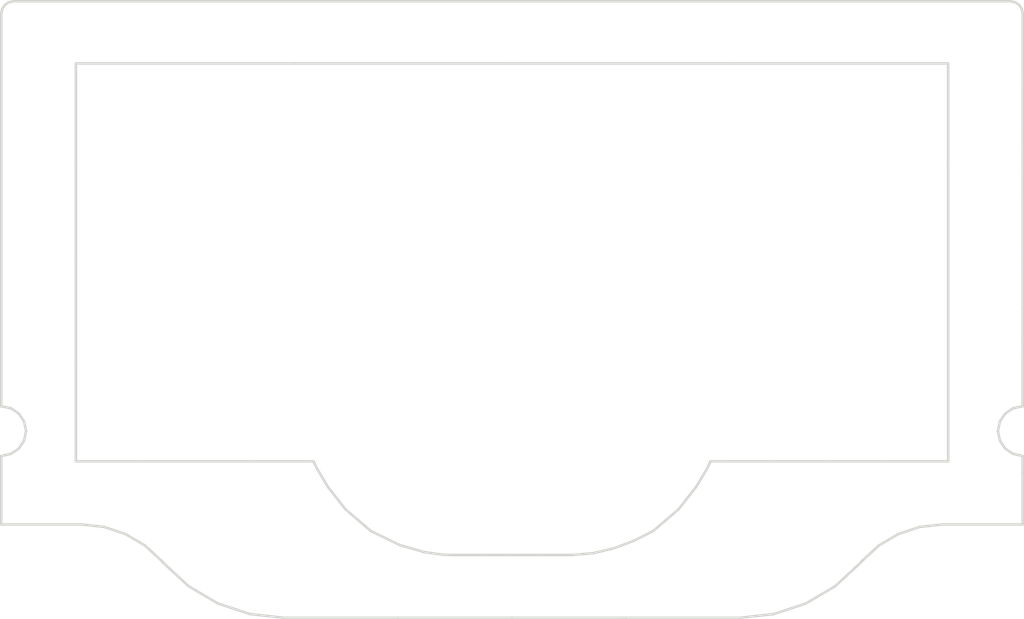
<source format=kicad_pcb>
(kicad_pcb (version 20171130) (host pcbnew 5.0.2-bee76a0~70~ubuntu18.04.1)

  (general
    (thickness 1.6)
    (drawings 147)
    (tracks 0)
    (zones 0)
    (modules 0)
    (nets 1)
  )

  (page A4)
  (layers
    (0 F.Cu signal)
    (31 B.Cu signal)
    (32 B.Adhes user)
    (33 F.Adhes user)
    (34 B.Paste user)
    (35 F.Paste user)
    (36 B.SilkS user)
    (37 F.SilkS user)
    (38 B.Mask user)
    (39 F.Mask user)
    (40 Dwgs.User user)
    (41 Cmts.User user)
    (42 Eco1.User user)
    (43 Eco2.User user)
    (44 Edge.Cuts user)
    (45 Margin user)
    (46 B.CrtYd user)
    (47 F.CrtYd user)
    (48 B.Fab user)
    (49 F.Fab user hide)
  )

  (setup
    (last_trace_width 0.11)
    (trace_clearance 0.15)
    (zone_clearance 0.3)
    (zone_45_only yes)
    (trace_min 0.1)
    (segment_width 0.1)
    (edge_width 0.1)
    (via_size 0.6)
    (via_drill 0.4)
    (via_min_size 0.4)
    (via_min_drill 0.3)
    (uvia_size 0.3)
    (uvia_drill 0.1)
    (uvias_allowed no)
    (uvia_min_size 0)
    (uvia_min_drill 0)
    (pcb_text_width 0.3)
    (pcb_text_size 1.5 1.5)
    (mod_edge_width 0.15)
    (mod_text_size 1 1)
    (mod_text_width 0.15)
    (pad_size 1.35 1)
    (pad_drill 0)
    (pad_to_mask_clearance 0)
    (solder_mask_min_width 0.25)
    (aux_axis_origin 117.264 104.064)
    (grid_origin 100 100.875)
    (visible_elements 7FFFFFFF)
    (pcbplotparams
      (layerselection 0x010fc_ffffffff)
      (usegerberextensions false)
      (usegerberattributes false)
      (usegerberadvancedattributes false)
      (creategerberjobfile false)
      (excludeedgelayer true)
      (linewidth 0.100000)
      (plotframeref false)
      (viasonmask false)
      (mode 1)
      (useauxorigin false)
      (hpglpennumber 1)
      (hpglpenspeed 20)
      (hpglpendiameter 15.000000)
      (psnegative false)
      (psa4output false)
      (plotreference true)
      (plotvalue true)
      (plotinvisibletext false)
      (padsonsilk false)
      (subtractmaskfromsilk false)
      (outputformat 1)
      (mirror false)
      (drillshape 0)
      (scaleselection 1)
      (outputdirectory "gerber/"))
  )

  (net 0 "")

  (net_class Default "This is the default net class."
    (clearance 0.15)
    (trace_width 0.11)
    (via_dia 0.6)
    (via_drill 0.4)
    (uvia_dia 0.3)
    (uvia_drill 0.1)
  )

  (net_class 4mil ""
    (clearance 0.1)
    (trace_width 0.2)
    (via_dia 0.6)
    (via_drill 0.4)
    (uvia_dia 0.3)
    (uvia_drill 0.1)
  )

  (net_class Big ""
    (clearance 0.1524)
    (trace_width 0.5)
    (via_dia 0.8)
    (via_drill 0.6)
    (uvia_dia 0.3)
    (uvia_drill 0.1)
  )

  (net_class Power ""
    (clearance 0.1524)
    (trace_width 0.3)
    (via_dia 0.8)
    (via_drill 0.6)
    (uvia_dia 0.3)
    (uvia_drill 0.1)
  )

  (gr_line (start 126.98472 127.961256) (end 129.005607 126.09206) (layer Edge.Cuts) (width 0.2))
  (gr_line (start 124.639903 129.344072) (end 126.98472 127.961256) (layer Edge.Cuts) (width 0.2))
  (gr_line (start 122.056114 130.201978) (end 124.639903 129.344072) (layer Edge.Cuts) (width 0.2))
  (gr_line (start 101.04394 85.965) (end 118.54788 85.965) (layer Edge.Cuts) (width 0.2))
  (gr_line (start 142.028584 117.492059) (end 141.257323 117.33152) (layer Edge.Cuts) (width 0.2))
  (gr_line (start 142.028584 118.868977) (end 142.028584 117.492059) (layer Edge.Cuts) (width 0.2))
  (gr_line (start 142.028584 120.245895) (end 142.028584 118.868977) (layer Edge.Cuts) (width 0.2))
  (gr_line (start 142.028584 121.622813) (end 142.028584 120.245895) (layer Edge.Cuts) (width 0.2))
  (gr_line (start 91.890546 130.496443) (end 101.033143 130.496443) (layer Edge.Cuts) (width 0.2))
  (gr_line (start 82.747948 130.496443) (end 91.890546 130.496443) (layer Edge.Cuts) (width 0.2))
  (gr_line (start 80.010754 130.201044) (end 82.747948 130.496443) (layer Edge.Cuts) (width 0.2))
  (gr_line (start 130.489258 124.690556) (end 132.053343 123.768727) (layer Edge.Cuts) (width 0.2))
  (gr_line (start 129.139963 125.936514) (end 130.489258 124.690556) (layer Edge.Cuts) (width 0.2))
  (gr_line (start 129.106361 125.9754) (end 129.139963 125.936514) (layer Edge.Cuts) (width 0.2))
  (gr_line (start 75.57237 117.92704) (end 70.80421 117.92691) (layer Edge.Cuts) (width 0.2))
  (gr_line (start 80.34052 117.92716) (end 75.57237 117.92704) (layer Edge.Cuts) (width 0.2))
  (gr_line (start 142.030145 113.507288) (end 142.032791 105.622499) (layer Edge.Cuts) (width 0.2))
  (gr_line (start 141.258514 113.66733) (end 142.030145 113.507288) (layer Edge.Cuts) (width 0.2))
  (gr_line (start 140.629097 114.095026) (end 141.258514 113.66733) (layer Edge.Cuts) (width 0.2))
  (gr_line (start 140.205023 114.726885) (end 140.629097 114.095026) (layer Edge.Cuts) (width 0.2))
  (gr_line (start 70.80421 117.92691) (end 66.03606 117.92677) (layer Edge.Cuts) (width 0.2))
  (gr_line (start 135.600029 123.000261) (end 137.207161 123.000128) (layer Edge.Cuts) (width 0.2))
  (gr_line (start 133.77578 123.19673) (end 135.600029 123.000261) (layer Edge.Cuts) (width 0.2))
  (gr_line (start 132.053343 123.768727) (end 133.77578 123.19673) (layer Edge.Cuts) (width 0.2))
  (gr_line (start 142.028584 122.999731) (end 142.028584 121.622813) (layer Edge.Cuts) (width 0.2))
  (gr_line (start 140.421452 122.999864) (end 142.028584 122.999731) (layer Edge.Cuts) (width 0.2))
  (gr_line (start 138.814293 122.999996) (end 140.421452 122.999864) (layer Edge.Cuts) (width 0.2))
  (gr_line (start 137.207161 123.000128) (end 138.814293 122.999996) (layer Edge.Cuts) (width 0.2))
  (gr_line (start 89.70631 123.5206) (end 87.68598 121.7903) (layer Edge.Cuts) (width 0.2))
  (gr_line (start 92.02053 124.65159) (end 89.70631 123.5206) (layer Edge.Cuts) (width 0.2))
  (gr_line (start 129.072785 126.014285) (end 129.106361 125.9754) (layer Edge.Cuts) (width 0.2))
  (gr_line (start 129.039183 126.053174) (end 129.072785 126.014285) (layer Edge.Cuts) (width 0.2))
  (gr_line (start 129.005607 126.09206) (end 129.039183 126.053174) (layer Edge.Cuts) (width 0.2))
  (gr_line (start 140.049395 115.499416) (end 140.205023 114.726885) (layer Edge.Cuts) (width 0.2))
  (gr_line (start 140.204705 116.271735) (end 140.049395 115.499416) (layer Edge.Cuts) (width 0.2))
  (gr_line (start 140.628356 116.903591) (end 140.204705 116.271735) (layer Edge.Cuts) (width 0.2))
  (gr_line (start 141.257323 117.33152) (end 140.628356 116.903591) (layer Edge.Cuts) (width 0.2))
  (gr_line (start 142.040728 81.96813) (end 141.962226 81.579335) (layer Edge.Cuts) (width 0.2))
  (gr_line (start 142.038082 89.85292) (end 142.040728 81.96813) (layer Edge.Cuts) (width 0.2))
  (gr_line (start 142.035437 97.737709) (end 142.038082 89.85292) (layer Edge.Cuts) (width 0.2))
  (gr_line (start 142.032791 105.622499) (end 142.035437 97.737709) (layer Edge.Cuts) (width 0.2))
  (gr_line (start 61.880711 116.274772) (end 61.45407 116.908113) (layer Edge.Cuts) (width 0.2))
  (gr_line (start 62.037079 115.499416) (end 61.880711 116.274772) (layer Edge.Cuts) (width 0.2))
  (gr_line (start 61.880552 114.724224) (end 62.037079 115.499416) (layer Edge.Cuts) (width 0.2))
  (gr_line (start 141.04182 80.969222) (end 121.041993 80.969222) (layer Edge.Cuts) (width 0.2))
  (gr_line (start 141.430626 81.047729) (end 141.04182 80.969222) (layer Edge.Cuts) (width 0.2))
  (gr_line (start 141.748126 81.261817) (end 141.430626 81.047729) (layer Edge.Cuts) (width 0.2))
  (gr_line (start 141.962226 81.579335) (end 141.748126 81.261817) (layer Edge.Cuts) (width 0.2))
  (gr_line (start 73.028797 126.052012) (end 73.061737 126.089993) (layer Edge.Cuts) (width 0.2))
  (gr_line (start 72.99583 126.014029) (end 73.028797 126.052012) (layer Edge.Cuts) (width 0.2))
  (gr_line (start 72.962889 125.976048) (end 72.99583 126.014029) (layer Edge.Cuts) (width 0.2))
  (gr_line (start 136.05182 85.965) (end 136.05182 93.95544) (layer Edge.Cuts) (width 0.2))
  (gr_line (start 118.54788 85.965) (end 136.05182 85.965) (layer Edge.Cuts) (width 0.2))
  (gr_line (start 60.045984 105.622113) (end 60.045984 113.506773) (layer Edge.Cuts) (width 0.2))
  (gr_line (start 60.045984 97.73745) (end 60.045984 105.622113) (layer Edge.Cuts) (width 0.2))
  (gr_line (start 60.045984 89.85279) (end 60.045984 97.73745) (layer Edge.Cuts) (width 0.2))
  (gr_line (start 68.298206 123.19742) (end 70.02059 123.770042) (layer Edge.Cuts) (width 0.2))
  (gr_line (start 66.472978 123.000261) (end 68.298206 123.19742) (layer Edge.Cuts) (width 0.2))
  (gr_line (start 64.866216 123.000128) (end 66.472978 123.000261) (layer Edge.Cuts) (width 0.2))
  (gr_line (start 101.04394 125.45172) (end 98.64127 125.45172) (layer Edge.Cuts) (width 0.2))
  (gr_line (start 103.44662 125.45173) (end 101.04394 125.45172) (layer Edge.Cuts) (width 0.2))
  (gr_line (start 126.51622 117.92777) (end 121.74843 117.92827) (layer Edge.Cuts) (width 0.2))
  (gr_line (start 131.28402 117.92727) (end 126.51622 117.92777) (layer Edge.Cuts) (width 0.2))
  (gr_line (start 85.10867 117.92729) (end 80.34052 117.92716) (layer Edge.Cuts) (width 0.2))
  (gr_line (start 85.39307 118.5158) (end 85.10867 117.92729) (layer Edge.Cuts) (width 0.2))
  (gr_line (start 116.98063 117.92877) (end 116.69601 118.51704) (layer Edge.Cuts) (width 0.2))
  (gr_line (start 121.74843 117.92827) (end 116.98063 117.92877) (layer Edge.Cuts) (width 0.2))
  (gr_line (start 96.2386 125.45172) (end 95.48681 125.42642) (layer Edge.Cuts) (width 0.2))
  (gr_line (start 98.64127 125.45172) (end 96.2386 125.45172) (layer Edge.Cuts) (width 0.2))
  (gr_line (start 136.05182 101.94589) (end 136.05182 109.93633) (layer Edge.Cuts) (width 0.2))
  (gr_line (start 136.05182 93.95544) (end 136.05182 101.94589) (layer Edge.Cuts) (width 0.2))
  (gr_line (start 115.8384 119.96349) (end 114.40213 121.79053) (layer Edge.Cuts) (width 0.2))
  (gr_line (start 116.69601 118.51704) (end 115.8384 119.96349) (layer Edge.Cuts) (width 0.2))
  (gr_line (start 105.84929 125.45173) (end 103.44662 125.45173) (layer Edge.Cuts) (width 0.2))
  (gr_line (start 107.56286 125.3076) (end 105.84929 125.45173) (layer Edge.Cuts) (width 0.2))
  (gr_line (start 112.38158 123.52059) (end 110.85126 124.30145) (layer Edge.Cuts) (width 0.2))
  (gr_line (start 114.40213 121.79053) (end 112.38158 123.52059) (layer Edge.Cuts) (width 0.2))
  (gr_line (start 136.05182 117.92677) (end 131.28402 117.92727) (layer Edge.Cuts) (width 0.2))
  (gr_line (start 136.05182 109.93633) (end 136.05182 117.92677) (layer Edge.Cuts) (width 0.2))
  (gr_line (start 94.01408 125.22328) (end 92.02053 124.65159) (layer Edge.Cuts) (width 0.2))
  (gr_line (start 95.48681 125.42642) (end 94.01408 125.22328) (layer Edge.Cuts) (width 0.2))
  (gr_line (start 109.2376 124.91065) (end 107.56286 125.3076) (layer Edge.Cuts) (width 0.2))
  (gr_line (start 110.85126 124.30145) (end 109.2376 124.91065) (layer Edge.Cuts) (width 0.2))
  (gr_line (start 61.453885 114.091052) (end 61.880552 114.724224) (layer Edge.Cuts) (width 0.2))
  (gr_line (start 60.821054 113.663901) (end 61.453885 114.091052) (layer Edge.Cuts) (width 0.2))
  (gr_line (start 60.045984 113.506773) (end 60.821054 113.663901) (layer Edge.Cuts) (width 0.2))
  (gr_line (start 81.042338 80.969222) (end 61.044892 80.969222) (layer Edge.Cuts) (width 0.2))
  (gr_line (start 101.042165 80.969222) (end 81.042338 80.969222) (layer Edge.Cuts) (width 0.2))
  (gr_line (start 121.041993 80.969222) (end 101.042165 80.969222) (layer Edge.Cuts) (width 0.2))
  (gr_line (start 119.318338 130.496443) (end 122.056114 130.201978) (layer Edge.Cuts) (width 0.2))
  (gr_line (start 110.175741 130.496443) (end 119.318338 130.496443) (layer Edge.Cuts) (width 0.2))
  (gr_line (start 101.033143 130.496443) (end 110.175741 130.496443) (layer Edge.Cuts) (width 0.2))
  (gr_line (start 60.045984 81.96813) (end 60.045984 89.85279) (layer Edge.Cuts) (width 0.2))
  (gr_line (start 60.124486 81.579335) (end 60.045984 81.96813) (layer Edge.Cuts) (width 0.2))
  (gr_line (start 60.045984 121.622943) (end 60.045984 122.999731) (layer Edge.Cuts) (width 0.2))
  (gr_line (start 60.045984 120.246154) (end 60.045984 121.622943) (layer Edge.Cuts) (width 0.2))
  (gr_line (start 60.045984 118.869363) (end 60.045984 120.246154) (layer Edge.Cuts) (width 0.2))
  (gr_line (start 72.929949 125.938064) (end 72.962889 125.976048) (layer Edge.Cuts) (width 0.2))
  (gr_line (start 71.583405 124.692223) (end 72.929949 125.938064) (layer Edge.Cuts) (width 0.2))
  (gr_line (start 70.02059 123.770042) (end 71.583405 124.692223) (layer Edge.Cuts) (width 0.2))
  (gr_line (start 63.259481 122.999996) (end 64.866216 123.000128) (layer Edge.Cuts) (width 0.2))
  (gr_line (start 61.652719 122.999864) (end 63.259481 122.999996) (layer Edge.Cuts) (width 0.2))
  (gr_line (start 60.045984 122.999731) (end 61.652719 122.999864) (layer Edge.Cuts) (width 0.2))
  (gr_line (start 86.2502 119.96275) (end 85.39307 118.5158) (layer Edge.Cuts) (width 0.2))
  (gr_line (start 87.68598 121.7903) (end 86.2502 119.96275) (layer Edge.Cuts) (width 0.2))
  (gr_line (start 60.045984 117.492575) (end 60.045984 118.869363) (layer Edge.Cuts) (width 0.2))
  (gr_line (start 60.821187 117.335394) (end 60.045984 117.492575) (layer Edge.Cuts) (width 0.2))
  (gr_line (start 61.45407 116.908113) (end 60.821187 117.335394) (layer Edge.Cuts) (width 0.2))
  (gr_line (start 66.03606 117.92677) (end 66.03606 109.93633) (layer Edge.Cuts) (width 0.2))
  (gr_line (start 66.03606 109.93633) (end 66.03606 101.94589) (layer Edge.Cuts) (width 0.2))
  (gr_line (start 66.03606 101.94589) (end 66.03606 93.95544) (layer Edge.Cuts) (width 0.2))
  (gr_line (start 66.03606 93.95544) (end 66.03606 85.965) (layer Edge.Cuts) (width 0.2))
  (gr_line (start 77.427415 129.342254) (end 80.010754 130.201044) (layer Edge.Cuts) (width 0.2))
  (gr_line (start 75.082784 127.958949) (end 77.427415 129.342254) (layer Edge.Cuts) (width 0.2))
  (gr_line (start 73.061737 126.089993) (end 75.082784 127.958949) (layer Edge.Cuts) (width 0.2))
  (gr_line (start 60.33856 81.261817) (end 60.124486 81.579335) (layer Edge.Cuts) (width 0.2))
  (gr_line (start 60.65606 81.047729) (end 60.33856 81.261817) (layer Edge.Cuts) (width 0.2))
  (gr_line (start 61.044892 80.969222) (end 60.65606 81.047729) (layer Edge.Cuts) (width 0.2))
  (gr_line (start 66.03606 85.965) (end 83.54 85.965) (layer Edge.Cuts) (width 0.2))
  (gr_line (start 83.54 85.965) (end 101.04394 85.965) (layer Edge.Cuts) (width 0.2))
  (gr_line (start 135.5 82.5) (end 64.5 82.5) (layer F.Fab) (width 0.1))
  (gr_line (start 122 88.5) (end 122 110.5) (angle 90) (layer F.Fab) (width 0.1))
  (gr_line (start 148 30) (end 148 70) (angle 90) (layer F.Fab) (width 0.1))
  (gr_line (start 48.8 31) (end 44.8 31) (angle 90) (layer F.Fab) (width 0.1))
  (gr_line (start 48.8 131) (end 44.8 131) (angle 90) (layer F.Fab) (width 0.1))
  (gr_line (start 52 24) (end 52 64.88844) (angle 90) (layer F.Fab) (width 0.1))
  (gr_line (start 52 33) (end 146 33) (angle 90) (layer F.Fab) (width 0.1))
  (gr_circle (center 56 74) (end 59 74) (layer F.Fab) (width 0.1))
  (gr_circle (center 56 125) (end 59 125) (layer F.Fab) (width 0.1))
  (gr_circle (center 144 125) (end 147 125) (layer F.Fab) (width 0.1))
  (gr_circle (center 144 74) (end 147 74) (layer F.Fab) (width 0.1))
  (gr_circle (center 56 125) (end 54.5 125) (layer F.Fab) (width 0.1))
  (gr_circle (center 144 125) (end 145.5 125) (layer F.Fab) (width 0.1))
  (gr_circle (center 144 74) (end 142.5 74) (layer F.Fab) (width 0.1))
  (gr_line (start 149.5 68.5) (end 149.5 130.5) (angle 90) (layer F.Fab) (width 0.1))
  (gr_circle (center 56 74) (end 57.5 74) (layer F.Fab) (width 0.1))
  (gr_line (start 50.5 68.5) (end 50.5 130.5) (angle 90) (layer F.Fab) (width 0.1))
  (gr_line (start 50 131) (end 150 131) (angle 90) (layer F.Fab) (width 0.1))
  (gr_line (start 50 68) (end 150 68) (angle 90) (layer F.Fab) (width 0.1))
  (gr_line (start 50 130.5) (end 150 130.5) (angle 90) (layer F.Fab) (width 0.1))
  (gr_line (start 50 68.5) (end 150 68.5) (angle 90) (layer F.Fab) (width 0.1))
  (gr_line (start 64.5 116.5) (end 135.5 116.5) (angle 90) (layer F.Fab) (width 0.1))
  (gr_line (start 64.5 116.5) (end 64.5 82.5) (angle 90) (layer F.Fab) (width 0.1))
  (gr_line (start 135.5 116.5) (end 135.5 82.5) (angle 90) (layer F.Fab) (width 0.1))
  (gr_line (start 78 110.5) (end 122 110.5) (angle 90) (layer F.Fab) (width 0.1))
  (gr_line (start 78 88.5) (end 78 110.5) (angle 90) (layer F.Fab) (width 0.1))
  (gr_line (start 78 88.5) (end 122 88.5) (angle 90) (layer F.Fab) (width 0.1))

)

</source>
